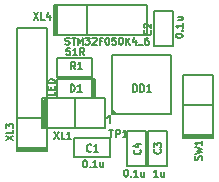
<source format=gto>
G04 (created by PCBNEW (2013-07-07 BZR 4022)-stable) date 12/7/2014 2:09:54 AM*
%MOIN*%
G04 Gerber Fmt 3.4, Leading zero omitted, Abs format*
%FSLAX34Y34*%
G01*
G70*
G90*
G04 APERTURE LIST*
%ADD10C,0.00590551*%
%ADD11C,0.00787402*%
%ADD12C,0.00625*%
%ADD13C,0.0063*%
G04 APERTURE END LIST*
G54D10*
X44400Y-22935D02*
X44400Y-23250D01*
X44400Y-23250D02*
X43218Y-23250D01*
X43218Y-23250D02*
X43218Y-22620D01*
X43218Y-22620D02*
X44400Y-22620D01*
X44400Y-22620D02*
X44400Y-22935D01*
X44905Y-24610D02*
X44984Y-24531D01*
X44984Y-24531D02*
X44984Y-24767D01*
X45063Y-24354D02*
X45201Y-24492D01*
X45063Y-24492D02*
X47031Y-24492D01*
X47031Y-24492D02*
X47031Y-22524D01*
X47031Y-22524D02*
X45063Y-22524D01*
X45063Y-22524D02*
X45063Y-24492D01*
X44408Y-23313D02*
X44467Y-23313D01*
X44467Y-23313D02*
X44467Y-23943D01*
X44467Y-23943D02*
X44408Y-23943D01*
X44408Y-23943D02*
X44506Y-23943D01*
X44506Y-23943D02*
X44506Y-23313D01*
X44506Y-23313D02*
X44467Y-23313D01*
X43226Y-23628D02*
X43226Y-23313D01*
X43226Y-23313D02*
X44408Y-23313D01*
X44408Y-23313D02*
X44408Y-23943D01*
X44408Y-23943D02*
X43226Y-23943D01*
X43226Y-23943D02*
X43226Y-23588D01*
G54D11*
X42900Y-25600D02*
X42900Y-25700D01*
X42900Y-25700D02*
X41900Y-25700D01*
X41900Y-25700D02*
X41900Y-25600D01*
X41900Y-25600D02*
X41900Y-25650D01*
X41900Y-25650D02*
X42900Y-25650D01*
X41900Y-24600D02*
X42900Y-24600D01*
X41900Y-25600D02*
X41900Y-21600D01*
X41900Y-21600D02*
X42900Y-21600D01*
X42900Y-21600D02*
X42900Y-25600D01*
X42900Y-25600D02*
X41900Y-25600D01*
X43174Y-21849D02*
X43224Y-21849D01*
X43224Y-20849D02*
X43124Y-20849D01*
X43124Y-20849D02*
X43124Y-21849D01*
X43124Y-21849D02*
X43174Y-21849D01*
X43174Y-21849D02*
X43174Y-20899D01*
X46224Y-21849D02*
X43224Y-21849D01*
X43224Y-20849D02*
X46224Y-20849D01*
X44224Y-20849D02*
X44224Y-21849D01*
X46224Y-20849D02*
X46224Y-21849D01*
X43224Y-21849D02*
X43224Y-20849D01*
X48433Y-23173D02*
X48433Y-25173D01*
X47433Y-23173D02*
X47433Y-25173D01*
X48433Y-25223D02*
X48433Y-25173D01*
X47433Y-25173D02*
X47433Y-25273D01*
X47433Y-25273D02*
X48433Y-25273D01*
X48433Y-25273D02*
X48433Y-25223D01*
X48433Y-25223D02*
X47483Y-25223D01*
X47433Y-24173D02*
X48433Y-24173D01*
X47433Y-23173D02*
X48433Y-23173D01*
X48433Y-25173D02*
X47433Y-25173D01*
G54D10*
X45885Y-25042D02*
X46200Y-25042D01*
X46200Y-25042D02*
X46200Y-26223D01*
X46200Y-26223D02*
X45570Y-26223D01*
X45570Y-26223D02*
X45570Y-25042D01*
X45570Y-25042D02*
X45885Y-25042D01*
X46771Y-22225D02*
X46456Y-22225D01*
X46456Y-22225D02*
X46456Y-21044D01*
X46456Y-21044D02*
X47086Y-21044D01*
X47086Y-21044D02*
X47086Y-22225D01*
X47086Y-22225D02*
X46771Y-22225D01*
X44979Y-25605D02*
X44979Y-25920D01*
X44979Y-25920D02*
X43797Y-25920D01*
X43797Y-25920D02*
X43797Y-25290D01*
X43797Y-25290D02*
X44979Y-25290D01*
X44979Y-25290D02*
X44979Y-25605D01*
X46568Y-25042D02*
X46883Y-25042D01*
X46883Y-25042D02*
X46883Y-26223D01*
X46883Y-26223D02*
X46253Y-26223D01*
X46253Y-26223D02*
X46253Y-25042D01*
X46253Y-25042D02*
X46568Y-25042D01*
G54D11*
X44821Y-24963D02*
X42821Y-24963D01*
X44821Y-23963D02*
X42821Y-23963D01*
X42771Y-24963D02*
X42821Y-24963D01*
X42821Y-23963D02*
X42721Y-23963D01*
X42721Y-23963D02*
X42721Y-24963D01*
X42721Y-24963D02*
X42771Y-24963D01*
X42771Y-24963D02*
X42771Y-24013D01*
X43821Y-23963D02*
X43821Y-24963D01*
X44821Y-23963D02*
X44821Y-24963D01*
X42821Y-24963D02*
X42821Y-23963D01*
G54D12*
X44964Y-25011D02*
X45107Y-25011D01*
X45035Y-25261D02*
X45035Y-25011D01*
X45190Y-25261D02*
X45190Y-25011D01*
X45285Y-25011D01*
X45309Y-25023D01*
X45321Y-25035D01*
X45333Y-25058D01*
X45333Y-25094D01*
X45321Y-25118D01*
X45309Y-25130D01*
X45285Y-25142D01*
X45190Y-25142D01*
X45571Y-25261D02*
X45428Y-25261D01*
X45500Y-25261D02*
X45500Y-25011D01*
X45476Y-25046D01*
X45452Y-25070D01*
X45428Y-25082D01*
G54D13*
G54D10*
X43840Y-22995D02*
X43761Y-22883D01*
X43705Y-22995D02*
X43705Y-22759D01*
X43795Y-22759D01*
X43818Y-22770D01*
X43829Y-22781D01*
X43840Y-22804D01*
X43840Y-22838D01*
X43829Y-22860D01*
X43818Y-22871D01*
X43795Y-22883D01*
X43705Y-22883D01*
X44065Y-22995D02*
X43930Y-22995D01*
X43998Y-22995D02*
X43998Y-22759D01*
X43975Y-22793D01*
X43953Y-22815D01*
X43930Y-22826D01*
X43665Y-22279D02*
X43553Y-22279D01*
X43541Y-22391D01*
X43553Y-22380D01*
X43575Y-22369D01*
X43631Y-22369D01*
X43654Y-22380D01*
X43665Y-22391D01*
X43676Y-22414D01*
X43676Y-22470D01*
X43665Y-22493D01*
X43654Y-22504D01*
X43631Y-22515D01*
X43575Y-22515D01*
X43553Y-22504D01*
X43541Y-22493D01*
X43901Y-22515D02*
X43766Y-22515D01*
X43834Y-22515D02*
X43834Y-22279D01*
X43811Y-22313D01*
X43789Y-22335D01*
X43766Y-22346D01*
X44138Y-22515D02*
X44059Y-22403D01*
X44003Y-22515D02*
X44003Y-22279D01*
X44093Y-22279D01*
X44115Y-22290D01*
X44126Y-22301D01*
X44138Y-22324D01*
X44138Y-22358D01*
X44126Y-22380D01*
X44115Y-22391D01*
X44093Y-22403D01*
X44003Y-22403D01*
X45767Y-23735D02*
X45767Y-23499D01*
X45823Y-23499D01*
X45857Y-23510D01*
X45880Y-23533D01*
X45891Y-23555D01*
X45902Y-23600D01*
X45902Y-23634D01*
X45891Y-23679D01*
X45880Y-23701D01*
X45857Y-23724D01*
X45823Y-23735D01*
X45767Y-23735D01*
X46003Y-23735D02*
X46003Y-23499D01*
X46060Y-23499D01*
X46093Y-23510D01*
X46116Y-23533D01*
X46127Y-23555D01*
X46138Y-23600D01*
X46138Y-23634D01*
X46127Y-23679D01*
X46116Y-23701D01*
X46093Y-23724D01*
X46060Y-23735D01*
X46003Y-23735D01*
X46363Y-23735D02*
X46228Y-23735D01*
X46296Y-23735D02*
X46296Y-23499D01*
X46273Y-23533D01*
X46251Y-23555D01*
X46228Y-23566D01*
X43510Y-22164D02*
X43544Y-22175D01*
X43600Y-22175D01*
X43623Y-22164D01*
X43634Y-22153D01*
X43645Y-22130D01*
X43645Y-22108D01*
X43634Y-22085D01*
X43623Y-22074D01*
X43600Y-22063D01*
X43555Y-22051D01*
X43533Y-22040D01*
X43522Y-22029D01*
X43510Y-22006D01*
X43510Y-21984D01*
X43522Y-21961D01*
X43533Y-21950D01*
X43555Y-21939D01*
X43612Y-21939D01*
X43645Y-21950D01*
X43713Y-21939D02*
X43848Y-21939D01*
X43780Y-22175D02*
X43780Y-21939D01*
X43926Y-22175D02*
X43926Y-21939D01*
X44005Y-22108D01*
X44084Y-21939D01*
X44084Y-22175D01*
X44174Y-21939D02*
X44320Y-21939D01*
X44241Y-22029D01*
X44275Y-22029D01*
X44298Y-22040D01*
X44309Y-22051D01*
X44320Y-22074D01*
X44320Y-22130D01*
X44309Y-22153D01*
X44298Y-22164D01*
X44275Y-22175D01*
X44208Y-22175D01*
X44185Y-22164D01*
X44174Y-22153D01*
X44410Y-21961D02*
X44421Y-21950D01*
X44444Y-21939D01*
X44500Y-21939D01*
X44523Y-21950D01*
X44534Y-21961D01*
X44545Y-21984D01*
X44545Y-22006D01*
X44534Y-22040D01*
X44399Y-22175D01*
X44545Y-22175D01*
X44725Y-22051D02*
X44646Y-22051D01*
X44646Y-22175D02*
X44646Y-21939D01*
X44759Y-21939D01*
X44894Y-21939D02*
X44916Y-21939D01*
X44939Y-21950D01*
X44950Y-21961D01*
X44961Y-21984D01*
X44973Y-22029D01*
X44973Y-22085D01*
X44961Y-22130D01*
X44950Y-22153D01*
X44939Y-22164D01*
X44916Y-22175D01*
X44894Y-22175D01*
X44871Y-22164D01*
X44860Y-22153D01*
X44849Y-22130D01*
X44838Y-22085D01*
X44838Y-22029D01*
X44849Y-21984D01*
X44860Y-21961D01*
X44871Y-21950D01*
X44894Y-21939D01*
X45186Y-21939D02*
X45074Y-21939D01*
X45063Y-22051D01*
X45074Y-22040D01*
X45096Y-22029D01*
X45153Y-22029D01*
X45175Y-22040D01*
X45186Y-22051D01*
X45198Y-22074D01*
X45198Y-22130D01*
X45186Y-22153D01*
X45175Y-22164D01*
X45153Y-22175D01*
X45096Y-22175D01*
X45074Y-22164D01*
X45063Y-22153D01*
X45344Y-21939D02*
X45366Y-21939D01*
X45389Y-21950D01*
X45400Y-21961D01*
X45411Y-21984D01*
X45423Y-22029D01*
X45423Y-22085D01*
X45411Y-22130D01*
X45400Y-22153D01*
X45389Y-22164D01*
X45366Y-22175D01*
X45344Y-22175D01*
X45321Y-22164D01*
X45310Y-22153D01*
X45299Y-22130D01*
X45288Y-22085D01*
X45288Y-22029D01*
X45299Y-21984D01*
X45310Y-21961D01*
X45321Y-21950D01*
X45344Y-21939D01*
X45524Y-22175D02*
X45524Y-21939D01*
X45659Y-22175D02*
X45558Y-22040D01*
X45659Y-21939D02*
X45524Y-22074D01*
X45861Y-22018D02*
X45861Y-22175D01*
X45805Y-21928D02*
X45749Y-22096D01*
X45895Y-22096D01*
X45929Y-22198D02*
X46109Y-22198D01*
X46266Y-21939D02*
X46221Y-21939D01*
X46199Y-21950D01*
X46187Y-21961D01*
X46165Y-21995D01*
X46154Y-22040D01*
X46154Y-22130D01*
X46165Y-22153D01*
X46176Y-22164D01*
X46199Y-22175D01*
X46244Y-22175D01*
X46266Y-22164D01*
X46277Y-22153D01*
X46289Y-22130D01*
X46289Y-22074D01*
X46277Y-22051D01*
X46266Y-22040D01*
X46244Y-22029D01*
X46199Y-22029D01*
X46176Y-22040D01*
X46165Y-22051D01*
X46154Y-22074D01*
X43685Y-23735D02*
X43685Y-23499D01*
X43741Y-23499D01*
X43775Y-23510D01*
X43798Y-23533D01*
X43809Y-23555D01*
X43820Y-23600D01*
X43820Y-23634D01*
X43809Y-23679D01*
X43798Y-23701D01*
X43775Y-23724D01*
X43741Y-23735D01*
X43685Y-23735D01*
X44045Y-23735D02*
X43910Y-23735D01*
X43978Y-23735D02*
X43978Y-23499D01*
X43955Y-23533D01*
X43933Y-23555D01*
X43910Y-23566D01*
X43155Y-23751D02*
X43155Y-23864D01*
X42919Y-23864D01*
X43031Y-23673D02*
X43031Y-23594D01*
X43155Y-23560D02*
X43155Y-23673D01*
X42919Y-23673D01*
X42919Y-23560D01*
X43155Y-23459D02*
X42919Y-23459D01*
X42919Y-23403D01*
X42930Y-23369D01*
X42953Y-23346D01*
X42975Y-23335D01*
X43020Y-23324D01*
X43054Y-23324D01*
X43099Y-23335D01*
X43121Y-23346D01*
X43144Y-23369D01*
X43155Y-23403D01*
X43155Y-23459D01*
X41531Y-25362D02*
X41767Y-25205D01*
X41531Y-25205D02*
X41767Y-25362D01*
X41767Y-25002D02*
X41767Y-25115D01*
X41531Y-25115D01*
X41531Y-24946D02*
X41531Y-24800D01*
X41621Y-24879D01*
X41621Y-24845D01*
X41632Y-24822D01*
X41643Y-24811D01*
X41666Y-24800D01*
X41722Y-24800D01*
X41745Y-24811D01*
X41756Y-24822D01*
X41767Y-24845D01*
X41767Y-24912D01*
X41756Y-24935D01*
X41745Y-24946D01*
X42453Y-21099D02*
X42610Y-21335D01*
X42610Y-21099D02*
X42453Y-21335D01*
X42813Y-21335D02*
X42700Y-21335D01*
X42700Y-21099D01*
X42993Y-21178D02*
X42993Y-21335D01*
X42936Y-21088D02*
X42880Y-21256D01*
X43026Y-21256D01*
X48044Y-26014D02*
X48055Y-25981D01*
X48055Y-25924D01*
X48044Y-25902D01*
X48033Y-25891D01*
X48010Y-25879D01*
X47988Y-25879D01*
X47965Y-25891D01*
X47954Y-25902D01*
X47943Y-25924D01*
X47931Y-25969D01*
X47920Y-25992D01*
X47909Y-26003D01*
X47886Y-26014D01*
X47864Y-26014D01*
X47841Y-26003D01*
X47830Y-25992D01*
X47819Y-25969D01*
X47819Y-25913D01*
X47830Y-25879D01*
X47819Y-25801D02*
X48055Y-25744D01*
X47886Y-25700D01*
X48055Y-25655D01*
X47819Y-25598D01*
X48055Y-25385D02*
X48055Y-25520D01*
X48055Y-25452D02*
X47819Y-25452D01*
X47853Y-25475D01*
X47875Y-25497D01*
X47886Y-25520D01*
X45993Y-25679D02*
X46004Y-25690D01*
X46015Y-25724D01*
X46015Y-25746D01*
X46004Y-25780D01*
X45981Y-25803D01*
X45959Y-25814D01*
X45914Y-25825D01*
X45880Y-25825D01*
X45835Y-25814D01*
X45813Y-25803D01*
X45790Y-25780D01*
X45779Y-25746D01*
X45779Y-25724D01*
X45790Y-25690D01*
X45801Y-25679D01*
X45858Y-25476D02*
X46015Y-25476D01*
X45768Y-25533D02*
X45936Y-25589D01*
X45936Y-25443D01*
X45513Y-26339D02*
X45535Y-26339D01*
X45558Y-26350D01*
X45569Y-26361D01*
X45580Y-26384D01*
X45591Y-26429D01*
X45591Y-26485D01*
X45580Y-26530D01*
X45569Y-26553D01*
X45558Y-26564D01*
X45535Y-26575D01*
X45513Y-26575D01*
X45490Y-26564D01*
X45479Y-26553D01*
X45468Y-26530D01*
X45456Y-26485D01*
X45456Y-26429D01*
X45468Y-26384D01*
X45479Y-26361D01*
X45490Y-26350D01*
X45513Y-26339D01*
X45693Y-26553D02*
X45704Y-26564D01*
X45693Y-26575D01*
X45681Y-26564D01*
X45693Y-26553D01*
X45693Y-26575D01*
X45929Y-26575D02*
X45794Y-26575D01*
X45861Y-26575D02*
X45861Y-26339D01*
X45839Y-26373D01*
X45816Y-26395D01*
X45794Y-26406D01*
X46131Y-26418D02*
X46131Y-26575D01*
X46030Y-26418D02*
X46030Y-26541D01*
X46041Y-26564D01*
X46064Y-26575D01*
X46098Y-26575D01*
X46120Y-26564D01*
X46131Y-26553D01*
X46344Y-21699D02*
X46356Y-21710D01*
X46367Y-21744D01*
X46367Y-21766D01*
X46356Y-21800D01*
X46333Y-21822D01*
X46311Y-21834D01*
X46266Y-21845D01*
X46232Y-21845D01*
X46187Y-21834D01*
X46164Y-21822D01*
X46142Y-21800D01*
X46131Y-21766D01*
X46131Y-21744D01*
X46142Y-21710D01*
X46153Y-21699D01*
X46153Y-21609D02*
X46142Y-21597D01*
X46131Y-21575D01*
X46131Y-21519D01*
X46142Y-21496D01*
X46153Y-21485D01*
X46176Y-21474D01*
X46198Y-21474D01*
X46232Y-21485D01*
X46367Y-21620D01*
X46367Y-21474D01*
X47182Y-21882D02*
X47182Y-21860D01*
X47193Y-21837D01*
X47204Y-21826D01*
X47227Y-21815D01*
X47272Y-21803D01*
X47328Y-21803D01*
X47373Y-21815D01*
X47395Y-21826D01*
X47407Y-21837D01*
X47418Y-21860D01*
X47418Y-21882D01*
X47407Y-21905D01*
X47395Y-21916D01*
X47373Y-21927D01*
X47328Y-21938D01*
X47272Y-21938D01*
X47227Y-21927D01*
X47204Y-21916D01*
X47193Y-21905D01*
X47182Y-21882D01*
X47395Y-21702D02*
X47407Y-21691D01*
X47418Y-21702D01*
X47407Y-21713D01*
X47395Y-21702D01*
X47418Y-21702D01*
X47418Y-21466D02*
X47418Y-21601D01*
X47418Y-21533D02*
X47182Y-21533D01*
X47215Y-21556D01*
X47238Y-21578D01*
X47249Y-21601D01*
X47260Y-21263D02*
X47418Y-21263D01*
X47260Y-21365D02*
X47384Y-21365D01*
X47407Y-21353D01*
X47418Y-21331D01*
X47418Y-21297D01*
X47407Y-21275D01*
X47395Y-21263D01*
X44360Y-25713D02*
X44349Y-25724D01*
X44315Y-25735D01*
X44293Y-25735D01*
X44259Y-25724D01*
X44236Y-25701D01*
X44225Y-25679D01*
X44214Y-25634D01*
X44214Y-25600D01*
X44225Y-25555D01*
X44236Y-25533D01*
X44259Y-25510D01*
X44293Y-25499D01*
X44315Y-25499D01*
X44349Y-25510D01*
X44360Y-25521D01*
X44585Y-25735D02*
X44450Y-25735D01*
X44518Y-25735D02*
X44518Y-25499D01*
X44495Y-25533D01*
X44473Y-25555D01*
X44450Y-25566D01*
X44153Y-26019D02*
X44175Y-26019D01*
X44198Y-26030D01*
X44209Y-26041D01*
X44220Y-26064D01*
X44231Y-26109D01*
X44231Y-26165D01*
X44220Y-26210D01*
X44209Y-26233D01*
X44198Y-26244D01*
X44175Y-26255D01*
X44153Y-26255D01*
X44130Y-26244D01*
X44119Y-26233D01*
X44108Y-26210D01*
X44096Y-26165D01*
X44096Y-26109D01*
X44108Y-26064D01*
X44119Y-26041D01*
X44130Y-26030D01*
X44153Y-26019D01*
X44333Y-26233D02*
X44344Y-26244D01*
X44333Y-26255D01*
X44321Y-26244D01*
X44333Y-26233D01*
X44333Y-26255D01*
X44569Y-26255D02*
X44434Y-26255D01*
X44501Y-26255D02*
X44501Y-26019D01*
X44479Y-26053D01*
X44456Y-26075D01*
X44434Y-26086D01*
X44771Y-26098D02*
X44771Y-26255D01*
X44670Y-26098D02*
X44670Y-26221D01*
X44681Y-26244D01*
X44704Y-26255D01*
X44738Y-26255D01*
X44760Y-26244D01*
X44771Y-26233D01*
X46673Y-25659D02*
X46684Y-25670D01*
X46695Y-25704D01*
X46695Y-25726D01*
X46684Y-25760D01*
X46661Y-25783D01*
X46639Y-25794D01*
X46594Y-25805D01*
X46560Y-25805D01*
X46515Y-25794D01*
X46493Y-25783D01*
X46470Y-25760D01*
X46459Y-25726D01*
X46459Y-25704D01*
X46470Y-25670D01*
X46481Y-25659D01*
X46459Y-25580D02*
X46459Y-25434D01*
X46549Y-25513D01*
X46549Y-25479D01*
X46560Y-25456D01*
X46571Y-25445D01*
X46594Y-25434D01*
X46650Y-25434D01*
X46673Y-25445D01*
X46684Y-25456D01*
X46695Y-25479D01*
X46695Y-25546D01*
X46684Y-25569D01*
X46673Y-25580D01*
X46600Y-26575D02*
X46465Y-26575D01*
X46533Y-26575D02*
X46533Y-26339D01*
X46510Y-26373D01*
X46488Y-26395D01*
X46465Y-26406D01*
X46803Y-26418D02*
X46803Y-26575D01*
X46701Y-26418D02*
X46701Y-26541D01*
X46713Y-26564D01*
X46735Y-26575D01*
X46769Y-26575D01*
X46791Y-26564D01*
X46803Y-26553D01*
X43133Y-25079D02*
X43290Y-25315D01*
X43290Y-25079D02*
X43133Y-25315D01*
X43493Y-25315D02*
X43380Y-25315D01*
X43380Y-25079D01*
X43695Y-25315D02*
X43560Y-25315D01*
X43628Y-25315D02*
X43628Y-25079D01*
X43605Y-25113D01*
X43583Y-25135D01*
X43560Y-25146D01*
M02*

</source>
